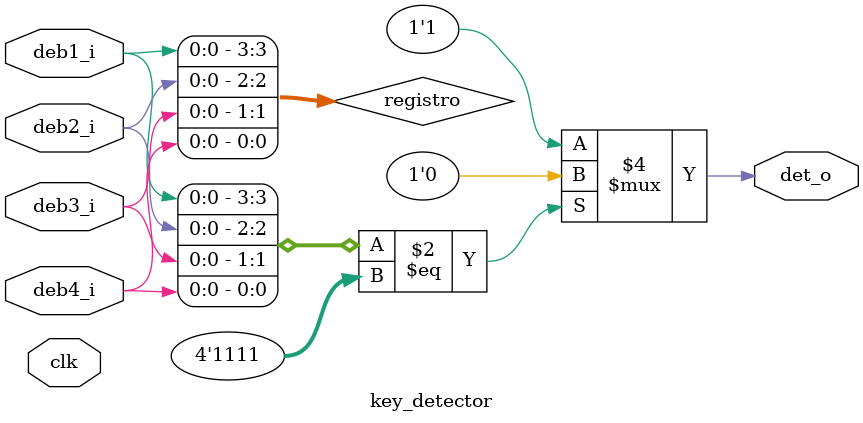
<source format=sv>
`timescale 1ns / 1ps


module key_detector(
    input     logic    deb1_i,
                       deb2_i,
                       deb3_i,
                       deb4_i,
                       clk,
    output    logic    det_o
    );
    
    logic    [3:0]    registro;
    assign registro = {deb1_i,deb2_i,deb3_i,deb4_i};
    always_comb begin
       if(registro == 4'b1111) det_o = 1'b0;
       else det_o = 1'b1;
    end

    
    
endmodule

</source>
